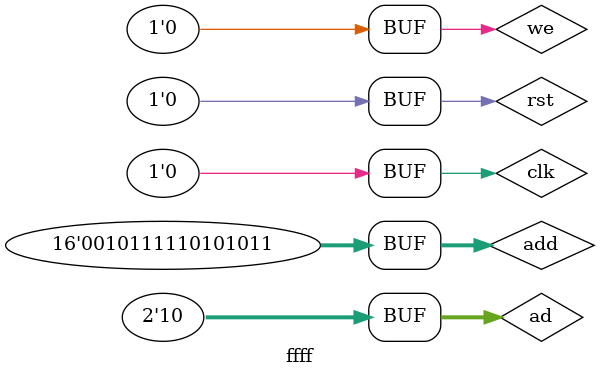
<source format=v>
`timescale 1ns / 1ps


module ffff;

	// Inputs
	reg [15:0] add;
	reg [1:0] ad;
	reg we;
	reg rst;
	reg clk;

	// Outputs
	wire hit,uu,v0,v1;
	wire [15:0] data_out;



	// Instantiate the Unit Under Test (UUT)
	top uut (
		.add(add), 
		.ad(ad), 
		.we(we), 
		.rst(rst), 
		.clk(clk), 
		.hit(hit), 
		.data_out(data_out),
		.uu(uu),
		.v0(v0),
		.v1(v1)
	);

		initial begin
		// Initialize Inputs
		ad<=2'b01;
		add <= 16'h2f6b;
		we <= 0;
		rst <= 0;
		clk <= 1;
		#100;
#10;
rst<=1;
#20;
rst<=0;
		// Wait 100 ns for global reset to finish
		#100;
        we<=1;
		#20;
		we<=0;
		#100;
		ad<=2'b10;
		add<=16'h2f7b;
		#100;
		we<=1;
		#20;
		we<=0;
		#20;
		add<=16'h2fab;
		#100;
		we<=1;
		#20;
		we<=0;
		// Add stimulus here

	end
	always begin
	clk<=1;
	#10;
	clk<=0;
	#10;
	end
endmodule


</source>
